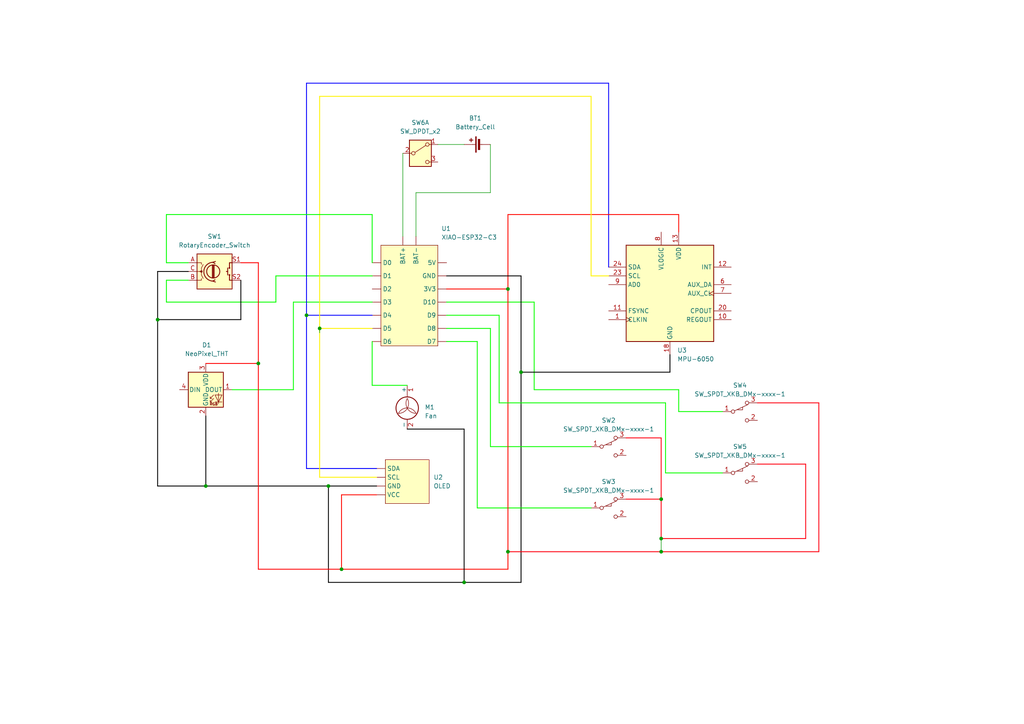
<source format=kicad_sch>
(kicad_sch (version 20250114) (generator "eeschema") (generator_version "9.0")
  (paper "A4")
  (title_block (title "Sensors Final Circuit") (date "2025-11-28") (rev "0") (company "UW GIX"))
  (lib_symbols
    (symbol "Device:Battery_Cell" (pin_numbers (hide yes)) (pin_names (offset 0) (hide yes))
      (property "Reference" "BT" (at 2.54 2.54 0))
      (property "Value" "Battery_Cell" (at 2.54 0 0))
      (symbol "Battery_Cell_0_1"
        (rectangle (start -2.286 1.778) (end 2.286 1.524) (fill (type outline)))
        (rectangle (start -1.524 1.016) (end 1.524 0.508) (fill (type outline)))
        (polyline (pts (xy 0 1.778) (xy 0 2.54)))
        (polyline (pts (xy 0 0.762) (xy 0 0)))
        (polyline (pts (xy 0.762 3.048) (xy 1.778 3.048)) (stroke (width 0.254)))
        (polyline (pts (xy 1.27 3.556) (xy 1.27 2.54)) (stroke (width 0.254)))
      )
      (symbol "Battery_Cell_1_1"
        (pin passive line (at 0 5.08 270) (length 2.54) (name "+") (number "1"))
        (pin passive line (at 0 -2.54 90) (length 2.54) (name "-") (number "2"))
      )
    )
    (symbol "Device:RotaryEncoder_Switch" (pin_names (offset 0.254) (hide yes))
      (property "Reference" "SW" (at 0 6.604 0))
      (property "Value" "RotaryEncoder_Switch" (at 0 -6.604 0))
      (symbol "RotaryEncoder_Switch_0_1"
        (rectangle (start -5.08 5.08) (end 5.08 -5.08) (stroke (width 0.254)) (fill (type background)))
        (polyline (pts (xy -5.08 2.54) (xy -3.81 2.54) (xy -3.81 2.032)))
        (polyline (pts (xy -5.08 0) (xy -3.81 0) (xy -3.81 -1.016) (xy -3.302 -2.032)))
        (polyline (pts (xy -5.08 -2.54) (xy -3.81 -2.54) (xy -3.81 -2.032)))
        (polyline (pts (xy -4.318 0) (xy -3.81 0) (xy -3.81 1.016) (xy -3.302 2.032)))
        (circle (center -3.81 0) (radius 0.254) (fill (type outline)))
        (polyline (pts (xy -0.635 -1.778) (xy -0.635 1.778)) (stroke (width 0.254)))
        (circle (center -0.381 0) (radius 1.905) (stroke (width 0.254)))
        (polyline (pts (xy -0.381 -1.778) (xy -0.381 1.778)) (stroke (width 0.254)))
        (arc (start -0.381 -2.794) (mid -3.0988 -0.0635) (end -0.381 2.667) (stroke (width 0.254)))
        (polyline (pts (xy -0.127 1.778) (xy -0.127 -1.778)) (stroke (width 0.254)))
        (polyline (pts (xy 0.254 2.921) (xy -0.508 2.667) (xy 0.127 2.286)) (stroke (width 0.254)))
        (polyline (pts (xy 0.254 -3.048) (xy -0.508 -2.794) (xy 0.127 -2.413)) (stroke (width 0.254)))
        (polyline (pts (xy 3.81 1.016) (xy 3.81 -1.016)) (stroke (width 0.254)))
        (polyline (pts (xy 3.81 0) (xy 3.429 0)) (stroke (width 0.254)))
        (circle (center 4.318 1.016) (radius 0.127) (stroke (width 0.254)))
        (circle (center 4.318 -1.016) (radius 0.127) (stroke (width 0.254)))
        (polyline (pts (xy 5.08 2.54) (xy 4.318 2.54) (xy 4.318 1.016)) (stroke (width 0.254)))
        (polyline (pts (xy 5.08 -2.54) (xy 4.318 -2.54) (xy 4.318 -1.016)) (stroke (width 0.254)))
      )
      (symbol "RotaryEncoder_Switch_1_1"
        (pin passive line (at -7.62 2.54 0) (length 2.54) (name "A") (number "A"))
        (pin passive line (at -7.62 0 0) (length 2.54) (name "C") (number "C"))
        (pin passive line (at -7.62 -2.54 0) (length 2.54) (name "B") (number "B"))
        (pin passive line (at 7.62 2.54 180) (length 2.54) (name "S1") (number "S1"))
        (pin passive line (at 7.62 -2.54 180) (length 2.54) (name "S2") (number "S2"))
      )
    )
    (symbol "LED:NeoPixel_THT" (pin_names (offset 0.254))
      (property "Reference" "D" (at 5.08 5.715 0))
      (property "Value" "NeoPixel_THT" (at 1.27 -5.715 0))
      (symbol "NeoPixel_THT_0_0"
        (text "RGB" (at 2.286 -4.191 0) (effects (font (size 0.762 0.762))))
      )
      (symbol "NeoPixel_THT_0_1"
        (polyline (pts (xy 1.27 -2.54) (xy 1.778 -2.54)))
        (polyline (pts (xy 1.27 -3.556) (xy 1.778 -3.556)))
        (polyline (pts (xy 2.286 -1.524) (xy 1.27 -2.54) (xy 1.27 -2.032)))
        (polyline (pts (xy 2.286 -2.54) (xy 1.27 -3.556) (xy 1.27 -3.048)))
        (polyline (pts (xy 3.683 -1.016) (xy 3.683 -3.556) (xy 3.683 -4.064)))
        (polyline (pts (xy 4.699 -1.524) (xy 2.667 -1.524) (xy 3.683 -3.556) (xy 4.699 -1.524)))
        (polyline (pts (xy 4.699 -3.556) (xy 2.667 -3.556)))
        (rectangle (start 5.08 5.08) (end -5.08 -5.08) (stroke (width 0.254)) (fill (type background)))
      )
      (symbol "NeoPixel_THT_1_1"
        (pin input line (at -7.62 0 0) (length 2.54) (name "DIN") (number "4"))
        (pin power_in line (at 0 7.62 270) (length 2.54) (name "VDD") (number "3"))
        (pin power_in line (at 0 -7.62 90) (length 2.54) (name "GND") (number "2"))
        (pin output line (at 7.62 0 180) (length 2.54) (name "DOUT") (number "1"))
      )
    )
    (symbol "Motor:Fan" (pin_names (offset 0))
      (property "Reference" "M" (at 2.54 5.08 0))
      (property "Value" "Fan" (at 2.54 -2.54 0))
      (symbol "Fan_0_1"
        (arc (start 0 3.81) (mid -0.0015 0.9048) (end -2.54 -0.508))
        (polyline (pts (xy 0 4.572) (xy 0 5.08)))
        (polyline (pts (xy 0 4.2672) (xy 0 4.6228)))
        (circle (center 0 1.016) (radius 3.2512) (stroke (width 0.254)))
        (arc (start -2.54 -0.508) (mid 0 1.0618) (end 2.54 -0.508))
        (polyline (pts (xy 0 -2.2352) (xy 0 -2.6416)))
        (polyline (pts (xy 0 -5.08) (xy 0 -4.572)))
        (arc (start 2.54 -0.508) (mid 0.047 0.9315) (end 0 3.81))
      )
      (symbol "Fan_1_1"
        (pin passive line (at 0 7.62 270) (length 2.54) (name "+") (number "1"))
        (pin passive line (at 0 -5.08 90) (length 2.54) (name "-") (number "2"))
      )
    )
    (symbol "OLED:D"
      (property "Reference" "U" (at 0 0 0))
      (symbol "D_1_1"
        (rectangle (start 2.54 13.97) (end 15.24 1.27) (fill (type background)))
        (pin bidirectional line (at 0 11.43 0) (length 2.54) (name "SDA") (number ""))
        (pin bidirectional line (at 0 8.89 0) (length 2.54) (name "SCL") (number ""))
        (pin input line (at 0 6.35 0) (length 2.54) (name "GND") (number ""))
        (pin input line (at 0 3.81 0) (length 2.54) (name "VCC") (number ""))
      )
    )
    (symbol "OLED:XIAO-ESP32-C3"
      (property "Reference" "U" (at 0 0 0))
      (symbol "XIAO-ESP32-C3_1_1"
        (rectangle (start 1.27 31.75) (end 17.78 2.54) (fill (type background)))
        (pin bidirectional line (at -1.27 26.67 0) (length 2.54) (name "D0") (number ""))
        (pin bidirectional line (at -1.27 22.86 0) (length 2.54) (name "D1") (number ""))
        (pin bidirectional line (at -1.27 19.05 0) (length 2.54) (name "D2") (number ""))
        (pin bidirectional line (at -1.27 15.24 0) (length 2.54) (name "D3") (number ""))
        (pin bidirectional line (at -1.27 11.43 0) (length 2.54) (name "D4") (number ""))
        (pin bidirectional line (at -1.27 7.62 0) (length 2.54) (name "D5") (number ""))
        (pin bidirectional line (at -1.27 3.81 0) (length 2.54) (name "D6") (number ""))
        (pin bidirectional line (at 7.62 34.29 270) (length 2.54) (name "BAT+") (number ""))
        (pin bidirectional line (at 11.43 34.29 270) (length 2.54) (name "BAT-") (number ""))
        (pin bidirectional line (at 20.32 26.67 180) (length 2.54) (name "5V") (number ""))
        (pin output line (at 20.32 22.86 180) (length 2.54) (name "GND") (number ""))
        (pin output line (at 20.32 19.05 180) (length 2.54) (name "3V3") (number ""))
        (pin bidirectional line (at 20.32 15.24 180) (length 2.54) (name "D10") (number ""))
        (pin bidirectional line (at 20.32 11.43 180) (length 2.54) (name "D9") (number ""))
        (pin bidirectional line (at 20.32 7.62 180) (length 2.54) (name "D8") (number ""))
        (pin bidirectional line (at 20.32 3.81 180) (length 2.54) (name "D7") (number ""))
      )
    )
    (symbol "Sensor_Motion:MPU-6050"
      (property "Reference" "U" (at -11.43 13.97 0))
      (property "Value" "MPU-6050" (at 7.62 -15.24 0))
      (symbol "MPU-6050_0_1"
        (rectangle (start -12.7 13.97) (end 12.7 -13.97) (stroke (width 0.254)) (fill (type background)))
      )
      (symbol "MPU-6050_1_1"
        (pin bidirectional line (at -17.78 7.62 0) (length 5.08) (name "SDA") (number "24"))
        (pin input line (at -17.78 5.08 0) (length 5.08) (name "SCL") (number "23"))
        (pin input line (at -17.78 2.54 0) (length 5.08) (name "AD0") (number "9"))
        (pin input line (at -17.78 -5.08 0) (length 5.08) (name "FSYNC") (number "11"))
        (pin input clock (at -17.78 -7.62 0) (length 5.08) (name "CLKIN") (number "1"))
        (pin no_connect line (at -12.7 12.7 0) (length 2.54) (hide yes) (name "NC") (number "2"))
        (pin no_connect line (at -12.7 10.16 0) (length 2.54) (hide yes) (name "NC") (number "3"))
        (pin no_connect line (at -12.7 0 0) (length 2.54) (hide yes) (name "NC") (number "4"))
        (pin no_connect line (at -12.7 -2.54 0) (length 2.54) (hide yes) (name "NC") (number "5"))
        (pin no_connect line (at -12.7 -10.16 0) (length 2.54) (hide yes) (name "NC") (number "14"))
        (pin power_in line (at -2.54 17.78 270) (length 3.81) (name "VLOGIC") (number "8"))
        (pin power_in line (at 0 -17.78 90) (length 3.81) (name "GND") (number "18"))
        (pin power_in line (at 2.54 17.78 270) (length 3.81) (name "VDD") (number "13"))
        (pin no_connect line (at 12.7 12.7 180) (length 2.54) (hide yes) (name "NC") (number "15"))
        (pin no_connect line (at 12.7 10.16 180) (length 2.54) (hide yes) (name "NC") (number "16"))
        (pin no_connect line (at 12.7 5.08 180) (length 2.54) (hide yes) (name "NC") (number "17"))
        (pin no_connect line (at 12.7 -2.54 180) (length 2.54) (hide yes) (name "RESV") (number "21"))
        (pin no_connect line (at 12.7 -10.16 180) (length 2.54) (hide yes) (name "RESV") (number "19"))
        (pin no_connect line (at 12.7 -12.7 180) (length 2.54) (hide yes) (name "RESV") (number "22"))
        (pin output line (at 17.78 7.62 180) (length 5.08) (name "INT") (number "12"))
        (pin bidirectional line (at 17.78 2.54 180) (length 5.08) (name "AUX_DA") (number "6"))
        (pin output clock (at 17.78 0 180) (length 5.08) (name "AUX_CL") (number "7"))
        (pin passive line (at 17.78 -5.08 180) (length 5.08) (name "CPOUT") (number "20"))
        (pin passive line (at 17.78 -7.62 180) (length 5.08) (name "REGOUT") (number "10"))
      )
    )
    (symbol "Switch:SW_DPDT_x2" (pin_names (offset 0) (hide yes))
      (property "Reference" "SW" (at 0 5.08 0))
      (property "Value" "SW_DPDT_x2" (at 0 -5.08 0))
      (symbol "SW_DPDT_x2_0_0"
        (circle (center -2.032 0) (radius 0.508))
        (circle (center 2.032 -2.54) (radius 0.508))
      )
      (symbol "SW_DPDT_x2_0_1"
        (rectangle (start -3.175 3.81) (end 3.175 -3.81) (stroke (width 0.254)) (fill (type background)))
        (polyline (pts (xy -1.524 0.254) (xy 1.5748 2.286)))
        (circle (center 2.032 2.54) (radius 0.508))
      )
      (symbol "SW_DPDT_x2_1_1"
        (pin passive line (at -5.08 0 0) (length 2.54) (name "B") (number "2"))
        (pin passive line (at 5.08 2.54 180) (length 2.54) (name "A") (number "1"))
        (pin passive line (at 5.08 -2.54 180) (length 2.54) (name "C") (number "3"))
      )
      (symbol "SW_DPDT_x2_2_1"
        (pin passive line (at -5.08 0 0) (length 2.54) (name "B") (number "5"))
        (pin passive line (at 5.08 2.54 180) (length 2.54) (name "A") (number "4"))
        (pin passive line (at 5.08 -2.54 180) (length 2.54) (name "C") (number "6"))
      )
    )
    (symbol "Switch:SW_SPDT_XKB_DMx-xxxx-1" (pin_names (offset 0) (hide yes))
      (property "Reference" "SW" (at 0 4.318 0))
      (property "Value" "SW_SPDT_XKB_DMx-xxxx-1" (at 0 -5.588 0))
      (symbol "SW_SPDT_XKB_DMx-xxxx-1_1_1"
        (circle (center -2.032 0) (radius 0.508))
        (polyline (pts (xy -1.524 0.254) (xy 2.286 2.032)))
        (polyline (pts (xy -0.762 0.508) (xy 0.762 0.508) (xy 0.762 1.27)))
        (circle (center 2.032 2.54) (radius 0.508))
        (circle (center 2.032 -2.54) (radius 0.508))
        (pin passive line (at -5.08 0 0) (length 2.54) (name "A") (number "1"))
        (pin passive line (at 5.08 2.54 180) (length 2.54) (name "C") (number "3"))
        (pin passive line (at 5.08 -2.54 180) (length 2.54) (name "B") (number "2"))
      )
    )
  )
  (junction (at 191.77 160.02))
  (junction (at 191.77 144.78))
  (junction (at 191.77 156.21))
  (junction (at 134.62 168.91))
  (junction (at 59.69 140.97))
  (junction (at 95.25 140.97))
  (junction (at 151.13 107.95))
  (junction (at 99.06 165.1))
  (junction (at 92.71 95.25))
  (junction (at 147.32 160.02))
  (junction (at 74.93 105.41))
  (junction (at 45.72 92.71))
  (junction (at 88.9 91.44))
  (junction (at 147.32 83.82))
  (wire (pts (xy 74.93 105.41) (xy 74.93 165.1)) (stroke (width 0.254) (color 255 0 2 1)))
  (wire (pts (xy 142.24 129.54) (xy 142.24 95.25)) (stroke (width 0.254) (color 10 255 0 1)))
  (wire (pts (xy 45.72 92.71) (xy 45.72 140.97)) (stroke (width 0.254) (color 0 0 0 1)))
  (wire (pts (xy 74.93 165.1) (xy 99.06 165.1)) (stroke (width 0.254) (color 255 0 2 1)))
  (wire (pts (xy 107.95 62.23) (xy 107.95 76.2)) (stroke (width 0.254) (color 1 255 0 1)))
  (wire (pts (xy 171.45 80.01) (xy 171.45 27.94)) (stroke (width 0.254) (color 255 243 0 1)))
  (wire (pts (xy 196.85 119.38) (xy 196.85 113.03)) (stroke (width 0.254) (color 10 255 0 1)))
  (wire (pts (xy 193.04 116.84) (xy 144.78 116.84)) (stroke (width 0.254) (color 10 255 0 1)))
  (wire (pts (xy 151.13 107.95) (xy 151.13 168.91)) (stroke (width 0.254) (color 0 0 0 1)))
  (wire (pts (xy 196.85 67.31) (xy 196.85 62.23)) (stroke (width 0.254) (color 255 8 0 1)))
  (wire (pts (xy 142.24 55.88) (xy 142.24 41.91)))
  (wire (pts (xy 147.32 83.82) (xy 147.32 160.02)) (stroke (width 0.254) (color 255 8 0 1)))
  (wire (pts (xy 80.01 87.63) (xy 80.01 80.01)) (stroke (width 0.254) (color 7 255 0 1)))
  (wire (pts (xy 92.71 138.43) (xy 92.71 95.25)) (stroke (width 0.254) (color 255 243 0 1)))
  (wire (pts (xy 54.61 81.28) (xy 48.26 81.28)) (stroke (width 0.254) (color 7 255 0 1)))
  (wire (pts (xy 48.26 62.23) (xy 107.95 62.23)) (stroke (width 0.254) (color 1 255 0 1)))
  (wire (pts (xy 88.9 91.44) (xy 107.95 91.44)) (stroke (width 0.254) (color 5 0 255 1)))
  (wire (pts (xy 233.68 156.21) (xy 191.77 156.21)) (stroke (width 0.254) (color 255 0 15 1)))
  (wire (pts (xy 191.77 156.21) (xy 191.77 160.02)))
  (wire (pts (xy 48.26 76.2) (xy 48.26 62.23)) (stroke (width 0.254) (color 1 255 0 1)))
  (wire (pts (xy 219.71 116.84) (xy 237.49 116.84)) (stroke (width 0.254) (color 255 0 15 1)))
  (wire (pts (xy 129.54 80.01) (xy 151.13 80.01)) (stroke (width 0.254) (color 0 0 0 1)))
  (wire (pts (xy 69.85 76.2) (xy 74.93 76.2)) (stroke (width 0.254) (color 255 0 2 1)))
  (wire (pts (xy 147.32 160.02) (xy 147.32 165.1)) (stroke (width 0.254) (color 255 8 0 1)))
  (wire (pts (xy 80.01 80.01) (xy 107.95 80.01)) (stroke (width 0.254) (color 7 255 0 1)))
  (wire (pts (xy 142.24 95.25) (xy 129.54 95.25)) (stroke (width 0.254) (color 10 255 0 1)))
  (wire (pts (xy 219.71 134.62) (xy 233.68 134.62)) (stroke (width 0.254) (color 255 0 15 1)))
  (wire (pts (xy 118.11 111.76) (xy 107.95 111.76)) (stroke (width 0.254) (color 4 255 0 1)))
  (wire (pts (xy 181.61 127) (xy 191.77 127)) (stroke (width 0.254) (color 255 0 15 1)))
  (wire (pts (xy 194.31 107.95) (xy 151.13 107.95)) (stroke (width 0.254) (color 0 0 0 1)))
  (wire (pts (xy 147.32 165.1) (xy 99.06 165.1)) (stroke (width 0.254) (color 255 8 0 1)))
  (wire (pts (xy 191.77 127) (xy 191.77 144.78)) (stroke (width 0.254) (color 255 0 15 1)))
  (wire (pts (xy 120.65 55.88) (xy 142.24 55.88)))
  (wire (pts (xy 176.53 80.01) (xy 171.45 80.01)) (stroke (width 0.254) (color 255 243 0 1)))
  (wire (pts (xy 116.84 44.45) (xy 116.84 68.58)))
  (wire (pts (xy 95.25 168.91) (xy 95.25 140.97)) (stroke (width 0.254) (color 0 0 0 1)))
  (wire (pts (xy 95.25 140.97) (xy 109.22 140.97)) (stroke (width 0.254) (color 0 0 0 1)))
  (wire (pts (xy 54.61 78.74) (xy 45.72 78.74)) (stroke (width 0.254) (color 0 0 0 1)))
  (wire (pts (xy 138.43 147.32) (xy 138.43 99.06)) (stroke (width 0.254) (color 10 255 0 1)))
  (wire (pts (xy 85.09 113.03) (xy 85.09 87.63)) (stroke (width 0.254) (color 11 255 5 1)))
  (wire (pts (xy 54.61 76.2) (xy 48.26 76.2)) (stroke (width 0.254) (color 1 255 0 1)))
  (wire (pts (xy 92.71 27.94) (xy 92.71 95.25)) (stroke (width 0.254) (color 255 243 0 1)))
  (wire (pts (xy 209.55 137.16) (xy 193.04 137.16)) (stroke (width 0.254) (color 10 255 0 1)))
  (wire (pts (xy 237.49 160.02) (xy 191.77 160.02)) (stroke (width 0.254) (color 255 0 15 1)))
  (wire (pts (xy 144.78 116.84) (xy 144.78 91.44)) (stroke (width 0.254) (color 10 255 0 1)))
  (wire (pts (xy 88.9 24.13) (xy 88.9 91.44)) (stroke (width 0.254) (color 5 0 255 1)))
  (wire (pts (xy 138.43 99.06) (xy 129.54 99.06)) (stroke (width 0.254) (color 10 255 0 1)))
  (wire (pts (xy 176.53 24.13) (xy 88.9 24.13)) (stroke (width 0.254) (color 5 0 255 1)))
  (wire (pts (xy 193.04 137.16) (xy 193.04 116.84)) (stroke (width 0.254) (color 10 255 0 1)))
  (wire (pts (xy 120.65 68.58) (xy 120.65 55.88)))
  (wire (pts (xy 107.95 111.76) (xy 107.95 99.06)) (stroke (width 0.254) (color 4 255 0 1)))
  (wire (pts (xy 85.09 87.63) (xy 107.95 87.63)) (stroke (width 0.254) (color 11 255 5 1)))
  (wire (pts (xy 151.13 168.91) (xy 134.62 168.91)) (stroke (width 0.254) (color 0 0 0 1)))
  (wire (pts (xy 99.06 143.51) (xy 109.22 143.51)) (stroke (width 0.254) (color 255 8 0 1)))
  (wire (pts (xy 209.55 119.38) (xy 196.85 119.38)) (stroke (width 0.254) (color 10 255 0 1)))
  (wire (pts (xy 109.22 138.43) (xy 92.71 138.43)) (stroke (width 0.254) (color 255 243 0 1)))
  (wire (pts (xy 171.45 129.54) (xy 142.24 129.54)) (stroke (width 0.254) (color 10 255 0 1)))
  (wire (pts (xy 48.26 87.63) (xy 80.01 87.63)) (stroke (width 0.254) (color 7 255 0 1)))
  (wire (pts (xy 191.77 160.02) (xy 147.32 160.02)) (stroke (width 0.254) (color 255 0 15 1)))
  (wire (pts (xy 233.68 134.62) (xy 233.68 156.21)) (stroke (width 0.254) (color 255 0 15 1)))
  (wire (pts (xy 171.45 147.32) (xy 138.43 147.32)) (stroke (width 0.254) (color 10 255 0 1)))
  (wire (pts (xy 194.31 102.87) (xy 194.31 107.95)) (stroke (width 0.254) (color 0 0 0 1)))
  (wire (pts (xy 92.71 95.25) (xy 92.71 96.52)))
  (wire (pts (xy 59.69 140.97) (xy 95.25 140.97)) (stroke (width 0.254) (color 0 0 0 1)))
  (wire (pts (xy 144.78 91.44) (xy 129.54 91.44)) (stroke (width 0.254) (color 10 255 0 1)))
  (wire (pts (xy 176.53 77.47) (xy 176.53 24.13)) (stroke (width 0.254) (color 5 0 255 1)))
  (wire (pts (xy 59.69 120.65) (xy 59.69 140.97)) (stroke (width 0.254) (color 0 0 0 1)))
  (wire (pts (xy 48.26 81.28) (xy 48.26 87.63)) (stroke (width 0.254) (color 7 255 0 1)))
  (wire (pts (xy 88.9 135.89) (xy 88.9 91.44)) (stroke (width 0.254) (color 5 0 255 1)))
  (wire (pts (xy 191.77 144.78) (xy 191.77 156.21)) (stroke (width 0.254) (color 255 0 15 1)))
  (wire (pts (xy 154.94 87.63) (xy 129.54 87.63)) (stroke (width 0.254) (color 10 255 0 1)))
  (wire (pts (xy 134.62 124.46) (xy 134.62 168.91)) (stroke (width 0.254) (color 0 0 0 1)))
  (wire (pts (xy 59.69 105.41) (xy 74.93 105.41)) (stroke (width 0.254) (color 255 0 2 1)))
  (wire (pts (xy 147.32 62.23) (xy 147.32 83.82)) (stroke (width 0.254) (color 255 8 0 1)))
  (wire (pts (xy 171.45 27.94) (xy 92.71 27.94)) (stroke (width 0.254) (color 255 243 0 1)))
  (wire (pts (xy 118.11 124.46) (xy 134.62 124.46)) (stroke (width 0.254) (color 0 0 0 1)))
  (wire (pts (xy 237.49 116.84) (xy 237.49 160.02)) (stroke (width 0.254) (color 255 0 15 1)))
  (wire (pts (xy 129.54 83.82) (xy 147.32 83.82)) (stroke (width 0.254) (color 255 8 0 1)))
  (wire (pts (xy 154.94 113.03) (xy 154.94 87.63)) (stroke (width 0.254) (color 10 255 0 1)))
  (wire (pts (xy 151.13 80.01) (xy 151.13 107.95)) (stroke (width 0.254) (color 0 0 0 1)))
  (wire (pts (xy 69.85 92.71) (xy 45.72 92.71)) (stroke (width 0.254) (color 0 0 0 1)))
  (wire (pts (xy 74.93 76.2) (xy 74.93 105.41)) (stroke (width 0.254) (color 255 0 2 1)))
  (wire (pts (xy 45.72 78.74) (xy 45.72 92.71)) (stroke (width 0.254) (color 0 0 0 1)))
  (wire (pts (xy 92.71 95.25) (xy 107.95 95.25)) (stroke (width 0.254) (color 255 243 0 1)))
  (wire (pts (xy 88.9 135.89) (xy 109.22 135.89)) (stroke (width 0.254) (color 5 0 255 1)))
  (wire (pts (xy 45.72 140.97) (xy 59.69 140.97)) (stroke (width 0.254) (color 0 0 0 1)))
  (wire (pts (xy 99.06 165.1) (xy 99.06 143.51)) (stroke (width 0.254) (color 255 8 0 1)))
  (wire (pts (xy 181.61 144.78) (xy 191.77 144.78)) (stroke (width 0.254) (color 255 0 15 1)))
  (wire (pts (xy 67.31 113.03) (xy 85.09 113.03)) (stroke (width 0.254) (color 11 255 5 1)))
  (wire (pts (xy 127 41.91) (xy 134.62 41.91)))
  (wire (pts (xy 196.85 62.23) (xy 147.32 62.23)) (stroke (width 0.254) (color 255 8 0 1)))
  (wire (pts (xy 196.85 113.03) (xy 154.94 113.03)) (stroke (width 0.254) (color 10 255 0 1)))
  (wire (pts (xy 69.85 81.28) (xy 69.85 92.71)) (stroke (width 0.254) (color 0 0 0 1)))
  (wire (pts (xy 134.62 168.91) (xy 95.25 168.91)) (stroke (width 0.254) (color 0 0 0 1)))
  (symbol (lib_id "Switch:SW_SPDT_XKB_DMx-xxxx-1") (at 214.63 137.16 0) (unit 1)
    (property "Reference" "SW5" (at 214.63 129.54 0))
    (property "Value" "SW_SPDT_XKB_DMx-xxxx-1" (at 214.63 132.08 0))
    (property "Description" "Position switch" (effects (hide yes)))
  )
  (symbol (lib_id "Motor:Fan") (at 118.11 119.38 0) (unit 1)
    (property "Reference" "M1" (at 123.19 118.1099 0) (effects (justify left)))
    (property "Value" "Fan" (at 123.19 120.6499 0) (effects (justify left)))
    (property "Description" "Fan" (effects (hide yes)))
  )
  (symbol (lib_id "Switch:SW_SPDT_XKB_DMx-xxxx-1") (at 214.63 119.38 0) (unit 1)
    (property "Reference" "SW4" (at 214.63 111.76 0))
    (property "Value" "SW_SPDT_XKB_DMx-xxxx-1" (at 214.63 114.3 0))
    (property "Description" "Position switch" (effects (hide yes)))
  )
  (symbol (lib_id "Switch:SW_SPDT_XKB_DMx-xxxx-1") (at 176.53 147.32 0) (unit 1)
    (property "Reference" "SW3" (at 176.53 139.7 0))
    (property "Value" "SW_SPDT_XKB_DMx-xxxx-1" (at 176.53 142.24 0))
    (property "Description" "Position switch" (effects (hide yes)))
  )
  (symbol (lib_id "OLED:XIAO-ESP32-C3") (at 109.22 102.87 0) (unit 1)
    (property "Reference" "U1" (at 128.016 66.294 0) (effects (justify left)))
    (property "Value" "XIAO-ESP32-C3" (at 128.016 68.834 0) (effects (justify left)))
  )
  (symbol (lib_id "Switch:SW_SPDT_XKB_DMx-xxxx-1") (at 176.53 129.54 0) (unit 1)
    (property "Reference" "SW2" (at 176.53 121.92 0))
    (property "Value" "SW_SPDT_XKB_DMx-xxxx-1" (at 176.53 124.46 0))
    (property "Description" "Position switch" (effects (hide yes)))
  )
  (symbol (lib_id "LED:NeoPixel_THT") (at 59.69 113.03 0) (unit 1)
    (property "Reference" "D1" (at 59.944 100.076 0))
    (property "Value" "NeoPixel_THT" (at 59.944 102.616 0))
    (property "Datasheet" "https://www.adafruit.com/product/1938" (effects (hide yes)))
    (property "Description" "RGB LED with integrated controller, 5mm/8mm LED package" (effects (hide yes)))
  )
  (symbol (lib_id "Sensor_Motion:MPU-6050") (at 194.31 85.09 0) (unit 1)
    (property "Reference" "U3" (at 196.4533 101.6 0) (effects (justify left)))
    (property "Value" "MPU-6050" (at 196.4533 104.14 0) (effects (justify left)))
    (property "Footprint" "Sensor_Motion:InvenSense_QFN-24_4x4mm_P0.5mm" (effects (hide yes)))
    (property "Datasheet" "https://invensense.tdk.com/wp-content/uploads/2015/02/MPU-6000-Datasheet1.pdf" (effects (hide yes)))
    (property "Description" "InvenSense 6-Axis Motion Sensor, Gyroscope, Accelerometer, I2C" (effects (hide yes)))
  )
  (symbol (lib_id "OLED:D") (at 109.22 147.32 0) (unit 1)
    (property "Reference" "U2" (at 125.73 138.4299 0) (effects (justify left)))
    (property "Value" "OLED" (at 125.73 140.9699 0) (effects (justify left)))
  )
  (symbol (lib_id "Switch:SW_DPDT_x2") (at 121.92 44.45 0) (unit 1)
    (property "Reference" "SW6" (at 121.92 35.56 0))
    (property "Value" "SW_DPDT_x2" (at 121.92 38.1 0))
    (property "Description" "Switch, dual pole double throw, separate symbols" (effects (hide yes)))
  )
  (symbol (lib_id "Device:Battery_Cell") (at 139.7 41.91 90) (unit 1)
    (property "Reference" "BT1" (at 137.8585 34.29 90))
    (property "Value" "Battery_Cell" (at 137.8585 36.83 90))
    (property "Description" "Single-cell battery" (effects (hide yes)))
  )
  (symbol (lib_id "Device:RotaryEncoder_Switch") (at 62.23 78.74 0) (unit 1)
    (property "Reference" "SW1" (at 62.23 68.58 0))
    (property "Value" "RotaryEncoder_Switch" (at 62.23 71.12 0))
    (property "Description" "Rotary encoder, dual channel, incremental quadrate outputs, with switch" (effects (hide yes)))
  )
)
</source>
